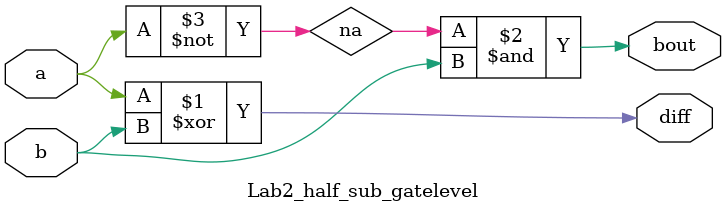
<source format=v>
module Lab2_half_sub_gatelevel (input a, b, output diff, bout);
    wire na;
    xor #(4) G1(diff,a,b);
    not G2(na,a);
    and #(2) G3(bout,na,b);
endmodule


</source>
